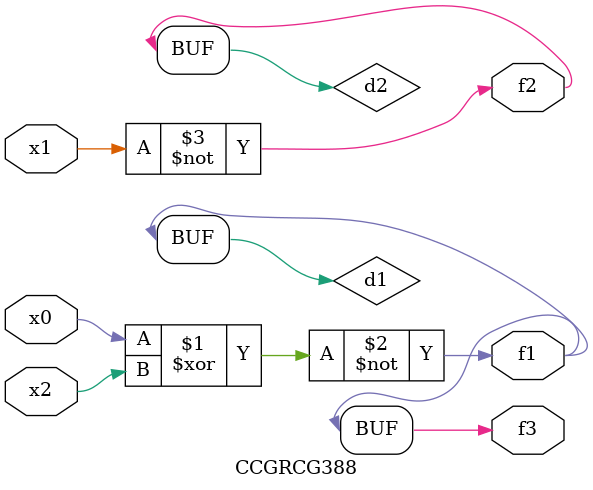
<source format=v>
module CCGRCG388(
	input x0, x1, x2,
	output f1, f2, f3
);

	wire d1, d2, d3;

	xnor (d1, x0, x2);
	nand (d2, x1);
	nor (d3, x1, x2);
	assign f1 = d1;
	assign f2 = d2;
	assign f3 = d1;
endmodule

</source>
